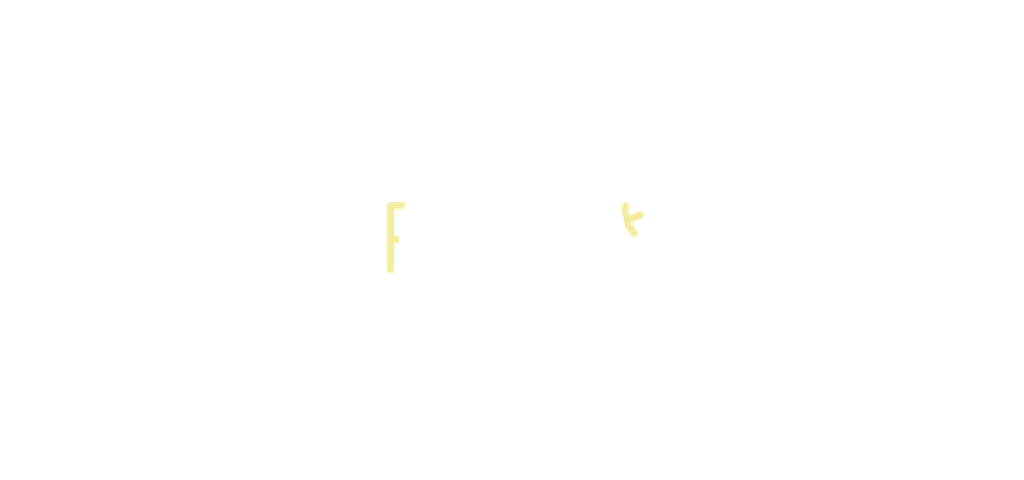
<source format=kicad_pcb>
(kicad_pcb (version 20240108) (generator pcbnew)
  (layers (0 "F.Cu" signal) (31 "B.Cu" signal) (34 "B.Paste" user) (35 "F.Paste" user) (36 "B.SilkS" user "B.Silkscreen") (37 "F.SilkS" user "F.Silkscreen") (38 "B.Mask" user) (39 "F.Mask" user) (44 "Edge.Cuts" user))
  (net 0 "")
  (footprint "MountingHole_4.5mm" (layer "F.Cu") (at 0 0)
    (property "Reference" "REF**")
    (property "Value" "MountingHole_4.5mm")
    (pad "" np_thru_hole circle (at 0 0) (size 4.5 4.5) (drill 4.5) (layers *.Cu *.Mask))
  )
)
</source>
